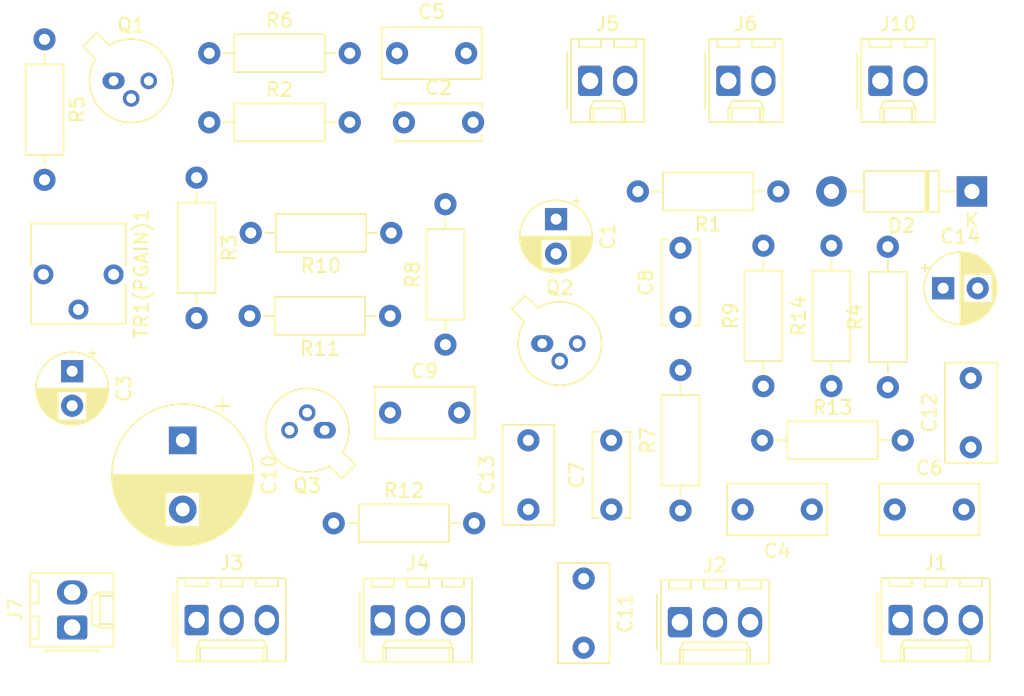
<source format=kicad_pcb>
(kicad_pcb (version 20241229) (generator "pcbnew") (generator_version "9.0")
  (layers (0 "F.Cu" signal) (2 "B.Cu" signal) (13 "F.Paste" user) (15 "B.Paste" user) (5 "F.SilkS" user "F.Silkscreen") (7 "B.SilkS" user "B.Silkscreen") (1 "F.Mask" user) (3 "B.Mask" user) (25 "Edge.Cuts" user))
  (net 0 "")
  (net 1 "Net-(J6-Pin_2)")
  (net 2 "Net-(Q1-B)")
  (net 3 "Net-(Q1-C)")
  (net 4 "Earth")
  (net 5 "Net-(C3-Pad1)")
  (net 6 "Net-(J1-Pin_2)")
  (net 7 "Net-(C5-Pad2)")
  (net 8 "Net-(J1-Pin_1)")
  (net 9 "Net-(Q2-B)")
  (net 10 "Net-(Q2-C)")
  (net 11 "Net-(J3-Pin_3)")
  (net 12 "Net-(J3-Pin_2)")
  (net 13 "Net-(J2-Pin_1)")
  (net 14 "Net-(C11-Pad1)")
  (net 15 "Net-(J2-Pin_2)")
  (net 16 "Net-(J4-Pin_2)")
  (net 17 "Net-(C14-Pad1)")
  (net 18 "+9V")
  (net 19 "Net-(J5-Pin_2)")
  (net 20 "Net-(Q1-E)")
  (net 21 "Net-(Q3-C)")
  (net 22 "Net-(R5-Pad2)")
  (footprint "Capacitor_THT:C_Disc_D6.0mm_W2.5mm_P5.00mm" (layer "F.Cu") (at 190 107 90)
    (property "Reference" "C7" (at 2.5 -2.5 90) (layer "F.SilkS"))
    (property "Value" "470pF")
    (pad "1" thru_hole circle (at 0 0 90) (size 1.6 1.6) (drill 0.8) (layers "*.Cu" "*.Mask") (net 9 "Net-(Q2-B)"))
    (pad "2" thru_hole circle (at 5 0 90) (size 1.6 1.6) (drill 0.8) (layers "*.Cu" "*.Mask") (net 4 "Earth"))
  )
  (footprint "Resistor_THT:R_Axial_DIN0207_L6.3mm_D2.5mm_P10.16mm_Horizontal" (layer "F.Cu") (at 160.92 74)
    (property "Reference" "R6" (at 5.08 -2.37 0) (layer "F.SilkS"))
    (property "Value" "820R")
    (pad "1" thru_hole circle (at 0 0) (size 1.6 1.6) (drill 0.8) (layers "*.Cu" "*.Mask") (net 3 "Net-(Q1-C)"))
    (pad "2" thru_hole oval (at 10.16 0) (size 1.6 1.6) (drill 0.8) (layers "*.Cu" "*.Mask") (net 7 "Net-(C5-Pad2)"))
  )
  (footprint "Resistor_THT:R_Axial_DIN0207_L6.3mm_D2.5mm_P10.16mm_Horizontal" (layer "F.Cu") (at 205.92 98.08 90)
    (property "Reference" "R14" (at 5.08 -2.37 90) (layer "F.SilkS"))
    (property "Value" "R")
    (pad "1" thru_hole circle (at 0 0 90) (size 1.6 1.6) (drill 0.8) (layers "*.Cu" "*.Mask") (net 18 "+9V"))
    (pad "2" thru_hole oval (at 10.16 0 90) (size 1.6 1.6) (drill 0.8) (layers "*.Cu" "*.Mask") (net 19 "Net-(J5-Pin_2)"))
  )
  (footprint "Capacitor_THT:CP_Radial_D10.0mm_P5.00mm" (layer "F.Cu") (at 159 102 -90)
    (property "Reference" "C10" (at 2.5 -6.25 90) (layer "F.SilkS"))
    (property "Value" "220uF")
    (pad "1" thru_hole rect (at 0 0 270) (size 2 2) (drill 1) (layers "*.Cu" "*.Mask") (net 12 "Net-(J3-Pin_2)"))
    (pad "2" thru_hole circle (at 5 0 270) (size 2 2) (drill 1) (layers "*.Cu" "*.Mask") (net 4 "Earth"))
  )
  (footprint "Resistor_THT:R_Axial_DIN0207_L6.3mm_D2.5mm_P10.16mm_Horizontal" (layer "F.Cu") (at 210 98.16 90)
    (property "Reference" "R4" (at 5.08 -2.37 90) (layer "F.SilkS"))
    (property "Value" "10K")
    (pad "1" thru_hole circle (at 0 0 90) (size 1.6 1.6) (drill 0.8) (layers "*.Cu" "*.Mask") (net 17 "Net-(C14-Pad1)"))
    (pad "2" thru_hole oval (at 10.16 0 90) (size 1.6 1.6) (drill 0.8) (layers "*.Cu" "*.Mask") (net 3 "Net-(Q1-C)"))
  )
  (footprint "Connector_Molex:Molex_KK-254_AE-6410-03A_1x03_P2.54mm_Vertical" (layer "F.Cu") (at 173.46 115.02)
    (property "Reference" "J4" (at 2.54 -4.12 0) (layer "F.SilkS"))
    (property "Value" "Conn_01x03_Pin")
    (pad "1" thru_hole roundrect (at 0 0) (size 1.74 2.19) (drill 1.19) (layers "*.Cu" "*.Mask") (roundrect_rratio 0.143678) (net 4 "Earth"))
    (pad "2" thru_hole oval (at 2.54 0) (size 1.74 2.19) (drill 1.19) (layers "*.Cu" "*.Mask") (net 16 "Net-(J4-Pin_2)"))
    (pad "3" thru_hole oval (at 5.08 0) (size 1.74 2.19) (drill 1.19) (layers "*.Cu" "*.Mask") (net 15 "Net-(J2-Pin_2)"))
  )
  (footprint "Connector_Molex:Molex_KK-254_AE-6410-02A_1x02_P2.54mm_Vertical" (layer "F.Cu") (at 198.46 76)
    (property "Reference" "J6" (at 1.27 -4.12 0) (layer "F.SilkS"))
    (property "Value" "Conn_01x02_Pin")
    (pad "1" thru_hole roundrect (at 0 0) (size 1.74 2.19) (drill 1.19) (layers "*.Cu" "*.Mask") (roundrect_rratio 0.143678) (net 4 "Earth"))
    (pad "2" thru_hole oval (at 2.54 0) (size 1.74 2.19) (drill 1.19) (layers "*.Cu" "*.Mask") (net 1 "Net-(J6-Pin_2)"))
  )
  (footprint "Capacitor_THT:CP_Radial_D5.0mm_P2.50mm" (layer "F.Cu") (at 186 86 -90)
    (property "Reference" "C1" (at 1.25 -3.75 90) (layer "F.SilkS"))
    (property "Value" "10uF")
    (pad "1" thru_hole rect (at 0 0 270) (size 1.6 1.6) (drill 0.8) (layers "*.Cu" "*.Mask") (net 2 "Net-(Q1-B)"))
    (pad "2" thru_hole circle (at 2.5 0 270) (size 1.6 1.6) (drill 0.8) (layers "*.Cu" "*.Mask") (net 1 "Net-(J6-Pin_2)"))
  )
  (footprint "Package_TO_SOT_THT:TO-18-3" (layer "F.Cu") (at 154 76)
    (property "Reference" "Q1" (at 1.27 -4.02 0) (layer "F.SilkS"))
    (property "Value" "BC109")
    (pad "1" thru_hole oval (at 0 0) (size 1.6 1.2) (drill 0.7) (layers "*.Cu" "*.Mask") (net 20 "Net-(Q1-E)"))
    (pad "2" thru_hole circle (at 1.27 1.27) (size 1.2 1.2) (drill 0.7) (layers "*.Cu" "*.Mask") (net 2 "Net-(Q1-B)"))
    (pad "3" thru_hole circle (at 2.54 0) (size 1.2 1.2) (drill 0.7) (layers "*.Cu" "*.Mask") (net 3 "Net-(Q1-C)"))
  )
  (footprint "Capacitor_THT:C_Rect_L7.0mm_W3.5mm_P5.00mm" (layer "F.Cu") (at 204.5 107 180)
    (property "Reference" "C4" (at 2.5 -3 0) (layer "F.SilkS"))
    (property "Value" "5.6nF")
    (pad "1" thru_hole circle (at 0 0 180) (size 1.6 1.6) (drill 0.8) (layers "*.Cu" "*.Mask") (net 3 "Net-(Q1-C)"))
    (pad "2" thru_hole circle (at 5 0 180) (size 1.6 1.6) (drill 0.8) (layers "*.Cu" "*.Mask") (net 6 "Net-(J1-Pin_2)"))
  )
  (footprint "Diode_THT:D_DO-41_SOD81_P10.16mm_Horizontal" (layer "F.Cu") (at 216.08 84 180)
    (property "Reference" "D2" (at 5.08 -2.47 0) (layer "F.SilkS"))
    (property "Value" "1N4001")
    (fp_text user "K" (at 0 -2.1 0) (layer "F.SilkS"))
    (pad "1" thru_hole rect (at 0 0 180) (size 2.2 2.2) (drill 1.1) (layers "*.Cu" "*.Mask") (net 18 "+9V"))
    (pad "2" thru_hole oval (at 10.16 0 180) (size 2.2 2.2) (drill 1.1) (layers "*.Cu" "*.Mask") (net 4 "Earth"))
  )
  (footprint "Capacitor_THT:C_Rect_L7.0mm_W3.5mm_P5.00mm" (layer "F.Cu") (at 188 112 -90)
    (property "Reference" "C11" (at 2.5 -3 90) (layer "F.SilkS"))
    (property "Value" "15nF")
    (pad "1" thru_hole circle (at 0 0 270) (size 1.6 1.6) (drill 0.8) (layers "*.Cu" "*.Mask") (net 14 "Net-(C11-Pad1)"))
    (pad "2" thru_hole circle (at 5 0 270) (size 1.6 1.6) (drill 0.8) (layers "*.Cu" "*.Mask") (net 13 "Net-(J2-Pin_1)"))
  )
  (footprint "Connector_Molex:Molex_KK-254_AE-6410-03A_1x03_P2.54mm_Vertical" (layer "F.Cu") (at 194.96 115.155)
    (property "Reference" "J2" (at 2.54 -4.12 0) (layer "F.SilkS"))
    (property "Value" "Conn_01x03_Pin")
    (pad "1" thru_hole roundrect (at 0 0) (size 1.74 2.19) (drill 1.19) (layers "*.Cu" "*.Mask") (roundrect_rratio 0.143678) (net 13 "Net-(J2-Pin_1)"))
    (pad "2" thru_hole oval (at 2.54 0) (size 1.74 2.19) (drill 1.19) (layers "*.Cu" "*.Mask") (net 15 "Net-(J2-Pin_2)"))
    (pad "3" thru_hole oval (at 5.08 0) (size 1.74 2.19) (drill 1.19) (layers "*.Cu" "*.Mask") (net 15 "Net-(J2-Pin_2)"))
  )
  (footprint "Connector_Molex:Molex_KK-254_AE-6410-03A_1x03_P2.54mm_Vertical" (layer "F.Cu") (at 160 115)
    (property "Reference" "J3" (at 2.54 -4.12 0) (layer "F.SilkS"))
    (property "Value" "Conn_01x03_Pin")
    (pad "1" thru_hole roundrect (at 0 0) (size 1.74 2.19) (drill 1.19) (layers "*.Cu" "*.Mask") (roundrect_rratio 0.143678) (net 4 "Earth"))
    (pad "2" thru_hole oval (at 2.54 0) (size 1.74 2.19) (drill 1.19) (layers "*.Cu" "*.Mask") (net 12 "Net-(J3-Pin_2)"))
    (pad "3" thru_hole oval (at 5.08 0) (size 1.74 2.19) (drill 1.19) (layers "*.Cu" "*.Mask") (net 11 "Net-(J3-Pin_3)"))
  )
  (footprint "Capacitor_THT:C_Rect_L7.0mm_W3.5mm_P5.00mm" (layer "F.Cu") (at 184 107 90)
    (property "Reference" "C13" (at 2.5 -3 90) (layer "F.SilkS"))
    (property "Value" "2.2nF")
    (pad "1" thru_hole circle (at 0 0 90) (size 1.6 1.6) (drill 0.8) (layers "*.Cu" "*.Mask") (net 16 "Net-(J4-Pin_2)"))
    (pad "2" thru_hole circle (at 5 0 90) (size 1.6 1.6) (drill 0.8) (layers "*.Cu" "*.Mask") (net 4 "Earth"))
  )
  (footprint "Connector_Molex:Molex_KK-254_AE-6410-03A_1x03_P2.54mm_Vertical" (layer "F.Cu") (at 210.92 115)
    (property "Reference" "J1" (at 2.54 -4.12 0) (layer "F.SilkS"))
    (property "Value" "Conn_01x03_Pin")
    (pad "1" thru_hole roundrect (at 0 0) (size 1.74 2.19) (drill 1.19) (layers "*.Cu" "*.Mask") (roundrect_rratio 0.143678) (net 8 "Net-(J1-Pin_1)"))
    (pad "2" thru_hole oval (at 2.54 0) (size 1.74 2.19) (drill 1.19) (layers "*.Cu" "*.Mask") (net 6 "Net-(J1-Pin_2)"))
    (pad "3" thru_hole oval (at 5.08 0) (size 1.74 2.19) (drill 1.19) (layers "*.Cu" "*.Mask") (net 6 "Net-(J1-Pin_2)"))
  )
  (footprint "Resistor_THT:R_Axial_DIN0207_L6.3mm_D2.5mm_P10.16mm_Horizontal" (layer "F.Cu") (at 169.92 108)
    (property "Reference" "R12" (at 5.08 -2.37 0) (layer "F.SilkS"))
    (property "Value" "56K")
    (pad "1" thru_hole circle (at 0 0) (size 1.6 1.6) (drill 0.8) (layers "*.Cu" "*.Mask") (net 9 "Net-(Q2-B)"))
    (pad "2" thru_hole oval (at 10.16 0) (size 1.6 1.6) (drill 0.8) (layers "*.Cu" "*.Mask") (net 11 "Net-(J3-Pin_3)"))
  )
  (footprint "Capacitor_THT:CP_Radial_D5.0mm_P2.50mm" (layer "F.Cu") (at 151 97 -90)
    (property "Reference" "C3" (at 1.25 -3.75 90) (layer "F.SilkS"))
    (property "Value" "22uF")
    (pad "1" thru_hole rect (at 0 0 270) (size 1.6 1.6) (drill 0.8) (layers "*.Cu" "*.Mask") (net 5 "Net-(C3-Pad1)"))
    (pad "2" thru_hole circle (at 2.5 0 270) (size 1.6 1.6) (drill 0.8) (layers "*.Cu" "*.Mask") (net 4 "Earth"))
  )
  (footprint "Resistor_THT:R_Axial_DIN0207_L6.3mm_D2.5mm_P10.16mm_Horizontal" (layer "F.Cu") (at 200.92 102)
    (property "Reference" "R13" (at 5.08 -2.37 0) (layer "F.SilkS"))
    (property "Value" "100R")
    (pad "1" thru_hole circle (at 0 0) (size 1.6 1.6) (drill 0.8) (layers "*.Cu" "*.Mask") (net 18 "+9V"))
    (pad "2" thru_hole oval (at 10.16 0) (size 1.6 1.6) (drill 0.8) (layers "*.Cu" "*.Mask") (net 17 "Net-(C14-Pad1)"))
  )
  (footprint "Capacitor_THT:CP_Radial_D5.0mm_P2.50mm" (layer "F.Cu") (at 214 91)
    (property "Reference" "C14" (at 1.25 -3.75 0) (layer "F.SilkS"))
    (property "Value" "100uF")
    (pad "1" thru_hole rect (at 0 0) (size 1.6 1.6) (drill 0.8) (layers "*.Cu" "*.Mask") (net 17 "Net-(C14-Pad1)"))
    (pad "2" thru_hole circle (at 2.5 0) (size 1.6 1.6) (drill 0.8) (layers "*.Cu" "*.Mask") (net 4 "Earth"))
  )
  (footprint "Capacitor_THT:C_Rect_L7.0mm_W3.5mm_P5.00mm" (layer "F.Cu") (at 216 102.5 90)
    (property "Reference" "C12" (at 2.5 -3 90) (layer "F.SilkS"))
    (property "Value" "3.3nF")
    (pad "1" thru_hole circle (at 0 0 90) (size 1.6 1.6) (drill 0.8) (layers "*.Cu" "*.Mask") (net 15 "Net-(J2-Pin_2)"))
    (pad "2" thru_hole circle (at 5 0 90) (size 1.6 1.6) (drill 0.8) (layers "*.Cu" "*.Mask") (net 4 "Earth"))
  )
  (footprint "Potentiometer_THT:Potentiometer_Vishay_T73YP_Vertical" (layer "F.Cu") (at 148.92 90 -90)
    (property "Reference" "TR1(PGAIN)1" (at -0.06 -7.09 270) (layer "F.SilkS"))
    (property "Value" "2K")
    (pad "1" thru_hole circle (at 0 0 270) (size 1.44 1.44) (drill 0.8) (layers "*.Cu" "*.Mask") (net 22 "Net-(R5-Pad2)"))
    (pad "2" thru_hole circle (at 2.54 -2.54 270) (size 1.44 1.44) (drill 0.8) (layers "*.Cu" "*.Mask") (net 5 "Net-(C3-Pad1)"))
    (pad "3" thru_hole circle (at 0 -5.08 270) (size 1.44 1.44) (drill 0.8) (layers "*.Cu" "*.Mask") (net 4 "Earth"))
  )
  (footprint "Resistor_THT:R_Axial_DIN0207_L6.3mm_D2.5mm_P10.16mm_Horizontal" (layer "F.Cu") (at 174.08 87 180)
    (property "Reference" "R10" (at 5.08 -2.37 0) (layer "F.SilkS"))
    (property "Value" "2K7")
    (pad "1" thru_hole circle (at 0 0 180) (size 1.6 1.6) (drill 0.8) (layers "*.Cu" "*.Mask") (net 17 "Net-(C14-Pad1)"))
    (pad "2" thru_hole oval (at 10.16 0 180) (size 1.6 1.6) (drill 0.8) (layers "*.Cu" "*.Mask") (net 14 "Net-(C11-Pad1)"))
  )
  (footprint "Connector_Molex:Molex_KK-254_AE-6410-02A_1x02_P2.54mm_Vertical" (layer "F.Cu") (at 209.46 76)
    (property "Reference" "J10" (at 1.27 -4.12 0) (layer "F.SilkS"))
    (property "Value" "Conn_01x02_Pin")
    (pad "1" thru_hole roundrect (at 0 0) (size 1.74 2.19) (drill 1.19) (layers "*.Cu" "*.Mask") (roundrect_rratio 0.143678) (net 4 "Earth"))
    (pad "2" thru_hole oval (at 2.54 0) (size 1.74 2.19) (drill 1.19) (layers "*.Cu" "*.Mask") (net 18 "+9V"))
  )
  (footprint "Connector_Molex:Molex_KK-254_AE-6410-02A_1x02_P2.54mm_Vertical" (layer "F.Cu") (at 151 115.54 90)
    (property "Reference" "J7" (at 1.27 -4.12 90) (layer "F.SilkS"))
    (property "Value" "Conn_01x02_Pin")
    (pad "1" thru_hole roundrect (at 0 0 90) (size 1.74 2.19) (drill 1.19) (layers "*.Cu" "*.Mask") (roundrect_rratio 0.143678) (net 4 "Earth"))
    (pad "2" thru_hole oval (at 2.54 0 90) (size 1.74 2.19) (drill 1.19) (layers "*.Cu" "*.Mask") (net 16 "Net-(J4-Pin_2)"))
  )
  (footprint "Package_TO_SOT_THT:TO-18-3" (layer "F.Cu") (at 169.27 101.27 180)
    (property "Reference" "Q3" (at 1.27 -4.02 0) (layer "F.SilkS"))
    (property "Value" "BC109")
    (pad "1" thru_hole oval (at 0 0 180) (size 1.6 1.2) (drill 0.7) (layers "*.Cu" "*.Mask") (net 11 "Net-(J3-Pin_3)"))
    (pad "2" thru_hole circle (at 1.27 1.27 180) (size 1.2 1.2) (drill 0.7) (layers "*.Cu" "*.Mask") (net 10 "Net-(Q2-C)"))
    (pad "3" thru_hole circle (at 2.54 0 180) (size 1.2 1.2) (drill 0.7) (layers "*.Cu" "*.Mask") (net 21 "Net-(Q3-C)"))
  )
  (footprint "Capacitor_THT:C_Rect_L7.0mm_W3.5mm_P5.00mm" (layer "F.Cu") (at 174.5 74)
    (property "Reference" "C5" (at 2.5 -3 0) (layer "F.SilkS"))
    (property "Value" "4.7nF")
    (pad "1" thru_hole circle (at 0 0) (size 1.6 1.6) (drill 0.8) (layers "*.Cu" "*.Mask") (net 4 "Earth"))
    (pad "2" thru_hole circle (at 5 0) (size 1.6 1.6) (drill 0.8) (layers "*.Cu" "*.Mask") (net 7 "Net-(C5-Pad2)"))
  )
  (footprint "Capacitor_THT:C_Disc_D6.0mm_W2.5mm_P5.00mm" (layer "F.Cu") (at 175 79)
    (property "Reference" "C2" (at 2.5 -2.5 0) (layer "F.SilkS"))
    (property "Value" "100pF")
    (pad "1" thru_hole circle (at 0 0) (size 1.6 1.6) (drill 0.8) (layers "*.Cu" "*.Mask") (net 2 "Net-(Q1-B)"))
    (pad "2" thru_hole circle (at 5 0) (size 1.6 1.6) (drill 0.8) (layers "*.Cu" "*.Mask") (net 3 "Net-(Q1-C)"))
  )
  (footprint "Capacitor_THT:C_Rect_L7.0mm_W3.5mm_P5.00mm" (layer "F.Cu") (at 210.5 107)
    (property "Reference" "C6" (at 2.5 -3 0) (layer "F.SilkS"))
    (property "Value" "220nF")
    (pad "1" thru_hole circle (at 0 0) (size 1.6 1.6) (drill 0.8) (layers "*.Cu" "*.Mask") (net 7 "Net-(C5-Pad2)"))
    (pad "2" thru_hole circle (at 5 0) (size 1.6 1.6) (drill 0.8) (layers "*.Cu" "*.Mask") (net 8 "Net-(J1-Pin_1)"))
  )
  (footprint "Resistor_THT:R_Axial_DIN0207_L6.3mm_D2.5mm_P10.16mm_Horizontal" (layer "F.Cu") (at 201 98.08 90)
    (property "Reference" "R9" (at 5.08 -2.37 90) (layer "F.SilkS"))
    (property "Value" "100K")
    (pad "1" thru_hole circle (at 0 0 90) (size 1.6 1.6) (drill 0.8) (layers "*.Cu" "*.Mask") (net 9 "Net-(Q2-B)"))
    (pad "2" thru_hole oval (at 10.16 0 90) (size 1.6 1.6) (drill 0.8) (layers "*.Cu" "*.Mask") (net 10 "Net-(Q2-C)"))
  )
  (footprint "Resistor_THT:R_Axial_DIN0207_L6.3mm_D2.5mm_P10.16mm_Horizontal" (layer "F.Cu") (at 160.92 79)
    (property "Reference" "R2" (at 5.08 -2.37 0) (layer "F.SilkS"))
    (property "Value" "270K")
    (pad "1" thru_hole circle (at 0 0) (size 1.6 1.6) (drill 0.8) (layers "*.Cu" "*.Mask") (net 17 "Net-(C14-Pad1)"))
    (pad "2" thru_hole oval (at 10.16 0) (size 1.6 1.6) (drill 0.8) (layers "*.Cu" "*.Mask") (net 2 "Net-(Q1-B)"))
  )
  (footprint "Resistor_THT:R_Axial_DIN0207_L6.3mm_D2.5mm_P10.16mm_Horizontal" (layer "F.Cu") (at 178 95.08 90)
    (property "Reference" "R8" (at 5.08 -2.37 90) (layer "F.SilkS"))
    (property "Value" "56K")
    (pad "1" thru_hole circle (at 0 0 90) (size 1.6 1.6) (drill 0.8) (layers "*.Cu" "*.Mask") (net 10 "Net-(Q2-C)"))
    (pad "2" thru_hole oval (at 10.16 0 90) (size 1.6 1.6) (drill 0.8) (layers "*.Cu" "*.Mask") (net 17 "Net-(C14-Pad1)"))
  )
  (footprint "Capacitor_THT:C_Disc_D6.0mm_W2.5mm_P5.00mm" (layer "F.Cu") (at 195 93.08 90)
    (property "Reference" "C8" (at 2.5 -2.5 90) (layer "F.SilkS"))
    (property "Value" "220pF")
    (pad "1" thru_hole circle (at 0 0 90) (size 1.6 1.6) (drill 0.8) (layers "*.Cu" "*.Mask") (net 9 "Net-(Q2-B)"))
    (pad "2" thru_hole circle (at 5 0 90) (size 1.6 1.6) (drill 0.8) (layers "*.Cu" "*.Mask") (net 10 "Net-(Q2-C)"))
  )
  (footprint "Resistor_THT:R_Axial_DIN0207_L6.3mm_D2.5mm_P10.16mm_Horizontal" (layer "F.Cu") (at 149 73 -90)
    (property "Reference" "R5" (at 5.08 -2.37 90) (layer "F.SilkS"))
    (property "Value" "100R")
    (pad "1" thru_hole circle (at 0 0 270) (size 1.6 1.6) (drill 0.8) (layers "*.Cu" "*.Mask") (net 20 "Net-(Q1-E)"))
    (pad "2" thru_hole oval (at 10.16 0 270) (size 1.6 1.6) (drill 0.8) (layers "*.Cu" "*.Mask") (net 22 "Net-(R5-Pad2)"))
  )
  (footprint "Capacitor_THT:C_Rect_L7.0mm_W3.5mm_P5.00mm" (layer "F.Cu") (at 174 100)
    (property "Reference" "C9" (at 2.5 -3 0) (layer "F.SilkS"))
    (property "Value" "220pF")
    (pad "1" thru_hole circle (at 0 0) (size 1.6 1.6) (drill 0.8) (layers "*.Cu" "*.Mask") (net 9 "Net-(Q2-B)"))
    (pad "2" thru_hole circle (at 5 0) (size 1.6 1.6) (drill 0.8) (layers "*.Cu" "*.Mask") (net 11 "Net-(J3-Pin_3)"))
  )
  (footprint "Package_TO_SOT_THT:TO-18-3" (layer "F.Cu") (at 185 95)
    (property "Reference" "Q2" (at 1.27 -4.02 0) (layer "F.SilkS"))
    (property "Value" "BC109")
    (pad "1" thru_hole oval (at 0 0) (size 1.6 1.2) (drill 0.7) (layers "*.Cu" "*.Mask") (net 4 "Earth"))
    (pad "2" thru_hole circle (at 1.27 1.27) (size 1.2 1.2) (drill 0.7) (layers "*.Cu" "*.Mask") (net 9 "Net-(Q2-B)"))
    (pad "3" thru_hole circle (at 2.54 0) (size 1.2 1.2) (drill 0.7) (layers "*.Cu" "*.Mask") (net 10 "Net-(Q2-C)"))
  )
  (footprint "Connector_Molex:Molex_KK-254_AE-6410-02A_1x02_P2.54mm_Vertical" (layer "F.Cu") (at 188.46 76)
    (property "Reference" "J5" (at 1.27 -4.12 0) (layer "F.SilkS"))
    (property "Value" "Conn_01x02_Pin")
    (pad "1" thru_hole roundrect (at 0 0) (size 1.74 2.19) (drill 1.19) (layers "*.Cu" "*.Mask") (roundrect_rratio 0.143678) (net 4 "Earth"))
    (pad "2" thru_hole oval (at 2.54 0) (size 1.74 2.19) (drill 1.19) (layers "*.Cu" "*.Mask") (net 19 "Net-(J5-Pin_2)"))
  )
  (footprint "Resistor_THT:R_Axial_DIN0207_L6.3mm_D2.5mm_P10.16mm_Horizontal" (layer "F.Cu") (at 174 93 180)
    (property "Reference" "R11" (at 5.08 -2.37 0) (layer "F.SilkS"))
    (property "Value" "10K")
    (pad "1" thru_hole circle (at 0 0 180) (size 1.6 1.6) (drill 0.8) (layers "*.Cu" "*.Mask") (net 14 "Net-(C11-Pad1)"))
    (pad "2" thru_hole oval (at 10.16 0 180) (size 1.6 1.6) (drill 0.8) (layers "*.Cu" "*.Mask") (net 21 "Net-(Q3-C)"))
  )
  (footprint "Resistor_THT:R_Axial_DIN0207_L6.3mm_D2.5mm_P10.16mm_Horizontal" (layer "F.Cu") (at 160 83 -90)
    (property "Reference" "R3" (at 5.08 -2.37 90) (layer "F.SilkS"))
    (property "Value" "100K")
    (pad "1" thru_hole circle (at 0 0 270) (size 1.6 1.6) (drill 0.8) (layers "*.Cu" "*.Mask") (net 2 "Net-(Q1-B)"))
    (pad "2" thru_hole oval (at 10.16 0 270) (size 1.6 1.6) (drill 0.8) (layers "*.Cu" "*.Mask") (net 4 "Earth"))
  )
  (footprint "Resistor_THT:R_Axial_DIN0207_L6.3mm_D2.5mm_P10.16mm_Horizontal" (layer "F.Cu") (at 195 107.08 90)
    (property "Reference" "R7" (at 5.08 -2.37 90) (layer "F.SilkS"))
    (property "Value" "100R")
    (pad "1" thru_hole circle (at 0 0 90) (size 1.6 1.6) (drill 0.8) (layers "*.Cu" "*.Mask") (net 6 "Net-(J1-Pin_2)"))
    (pad "2" thru_hole oval (at 10.16 0 90) (size 1.6 1.6) (drill 0.8) (layers "*.Cu" "*.Mask") (net 9 "Net-(Q2-B)"))
  )
  (footprint "Resistor_THT:R_Axial_DIN0207_L6.3mm_D2.5mm_P10.16mm_Horizontal" (layer "F.Cu") (at 202.08 84 180)
    (property "Reference" "R1" (at 5.08 -2.37 0) (layer "F.SilkS"))
    (property "Value" "1M")
    (pad "1" thru_hole circle (at 0 0 180) (size 1.6 1.6) (drill 0.8) (layers "*.Cu" "*.Mask") (net 1 "Net-(J6-Pin_2)"))
    (pad "2" thru_hole oval (at 10.16 0 180) (size 1.6 1.6) (drill 0.8) (layers "*.Cu" "*.Mask") (net 4 "Earth"))
  )
)
</source>
